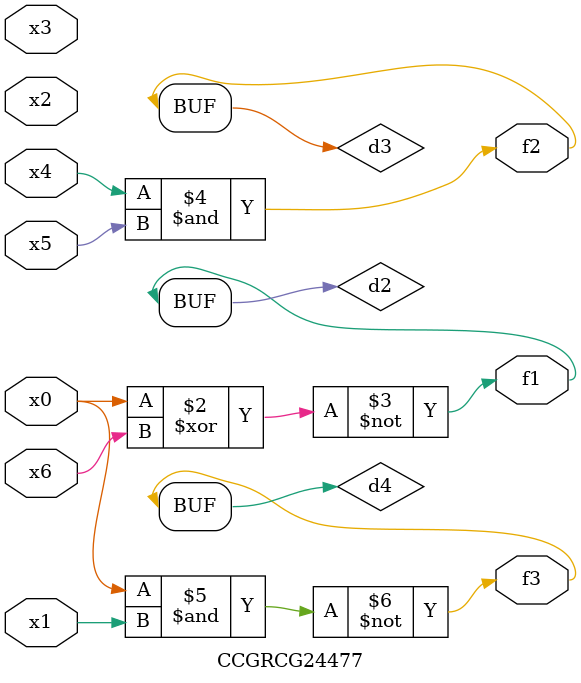
<source format=v>
module CCGRCG24477(
	input x0, x1, x2, x3, x4, x5, x6,
	output f1, f2, f3
);

	wire d1, d2, d3, d4;

	nor (d1, x0);
	xnor (d2, x0, x6);
	and (d3, x4, x5);
	nand (d4, x0, x1);
	assign f1 = d2;
	assign f2 = d3;
	assign f3 = d4;
endmodule

</source>
